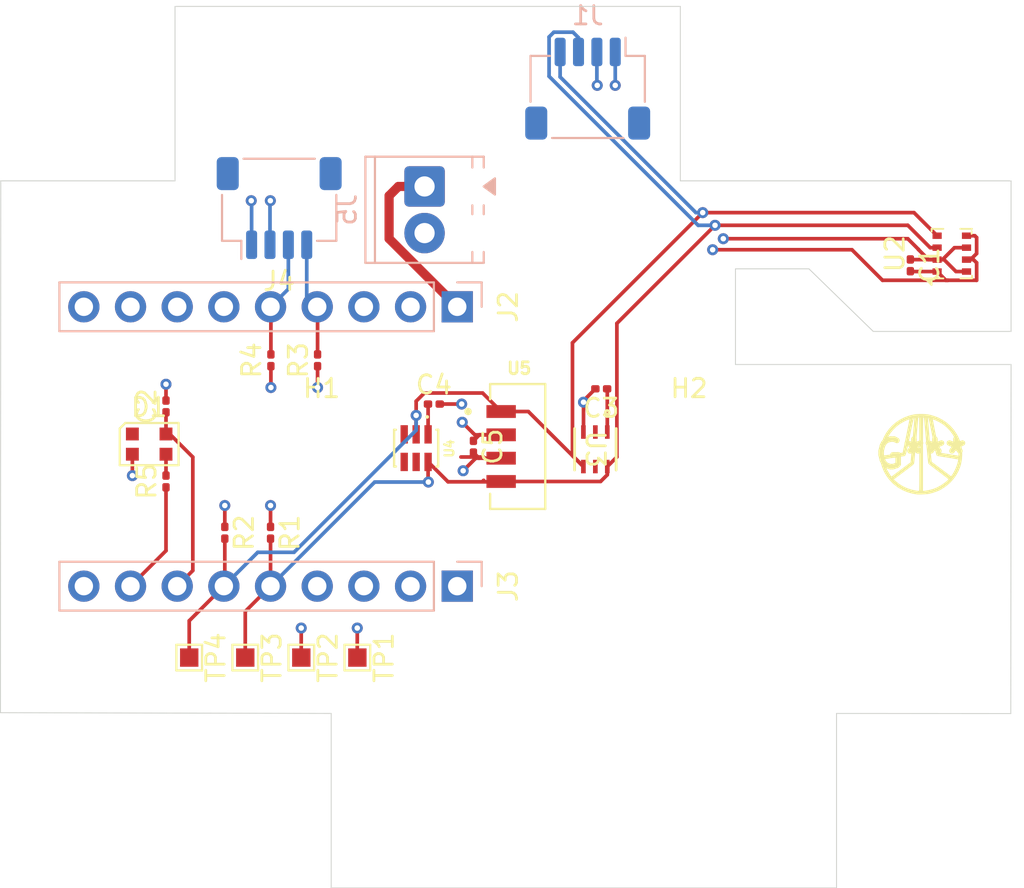
<source format=kicad_pcb>
(kicad_pcb (version 20241229) (generator "pcbnew") (generator_version "9.0")
  (title_block (comment 4 "AISLER Project ID: MTJQCRSE"))
  (layers (0 "F.Cu" signal) (4 "In1.Cu" signal) (6 "In2.Cu" signal) (2 "B.Cu" signal) (13 "F.Paste" user) (15 "B.Paste" user) (5 "F.SilkS" user "F.Silkscreen") (7 "B.SilkS" user "B.Silkscreen") (1 "F.Mask" user) (3 "B.Mask" user) (25 "Edge.Cuts" user))
  (net 0 "")
  (net 1 "GND")
  (net 2 "+3.3V")
  (net 3 "/I2C_B_SDA")
  (net 4 "/I2C_B_SCL")
  (net 6 "+5V")
  (net 7 "/I2C_A_SCL")
  (net 8 "/I2C_A_SDA")
  (net 10 "unconnected-(J3-Pin_1-Pad1)")
  (net 19 "/LED_PWR")
  (net 20 "Net-(D1-DIN)")
  (net 22 "/LED_STATUS")
  (footprint "Resistor_SMD:R_0201_0603Metric" (layer "F.Cu") (at 116.2304 54.0618 -90)
    (property "Reference" "R1" (at 0 -1.05 90) (layer "F.SilkS"))
    (property "Value" "4.7")
    (pad "1" smd roundrect (at -0.32 0 270) (size 0.46 0.4) (layers "F.Cu" "F.Mask") (net 2 "+3.3V"))
    (pad "2" smd roundrect (at 0.32 0 270) (size 0.46 0.4) (layers "F.Cu" "F.Mask") (net 8 "/I2C_A_SDA"))
  )
  (footprint "Package_LGA:Bosch_LGA-8_2x2.5mm_P0.65mm_ClockwisePinNumbering" (layer "F.Cu") (at 153.3064 38.863 90)
    (property "Reference" "U2" (at 0 -3.1 90) (layer "F.SilkS"))
    (property "Value" "BMP280")
    (fp_line (start 1.2 -1.1) (end 1.35 -1.1) (stroke (width 0.1)) (layer "F.SilkS"))
    (fp_line (start 1.35 -0.46) (end 1.35 -1.1) (stroke (width 0.1)) (layer "F.SilkS"))
    (fp_line (start -1.35 -0.46) (end -1.35 -0.9) (stroke (width 0.1)) (layer "F.SilkS"))
    (fp_line (start 1.075 1.075) (end 1.225 1.075) (stroke (width 0.1)) (layer "F.SilkS"))
    (fp_line (start 1.35 1.1) (end 1.35 0.46) (stroke (width 0.1)) (layer "F.SilkS"))
    (fp_line (start -1.35 1.1) (end -1.35 0.46) (stroke (width 0.1)) (layer "F.SilkS"))
    (fp_line (start -1.35 1.1) (end -1.2 1.1) (stroke (width 0.1)) (layer "F.SilkS"))
    (fp_poly (pts (xy -1.35 -1.1) (xy -1.71 -1.1) (xy -1.35 -1.46) (xy -1.35 -1.1)) (stroke (width 0.1)) (fill yes) (layer "F.SilkS"))
    (pad "1" smd rect (at -0.975 -0.8 180) (size 0.5 0.35) (layers "F.Cu" "F.Mask" "F.Paste") (net 1 "GND"))
    (pad "2" smd rect (at -0.325 -0.8 180) (size 0.5 0.35) (layers "F.Cu" "F.Mask" "F.Paste") (net 2 "+3.3V"))
    (pad "3" smd rect (at 0.325 -0.8 180) (size 0.5 0.35) (layers "F.Cu" "F.Mask" "F.Paste") (net 8 "/I2C_A_SDA"))
    (pad "4" smd rect (at 0.975 -0.8 180) (size 0.5 0.35) (layers "F.Cu" "F.Mask" "F.Paste") (net 7 "/I2C_A_SCL"))
    (pad "5" smd rect (at 0.975 0.8 180) (size 0.5 0.35) (layers "F.Cu" "F.Mask" "F.Paste") (net 1 "GND"))
    (pad "6" smd rect (at 0.325 0.8 180) (size 0.5 0.35) (layers "F.Cu" "F.Mask" "F.Paste") (net 2 "+3.3V"))
    (pad "7" smd rect (at -0.325 0.8 180) (size 0.5 0.35) (layers "F.Cu" "F.Mask" "F.Paste") (net 1 "GND"))
    (pad "8" smd rect (at -0.975 0.8 180) (size 0.5 0.35) (layers "F.Cu" "F.Mask" "F.Paste") (net 2 "+3.3V"))
  )
  (footprint "Resistor_SMD:R_0201_0603Metric" (layer "F.Cu") (at 113.7412 54.0618 -90)
    (property "Reference" "R2" (at 0 -1.05 90) (layer "F.SilkS"))
    (property "Value" "4.7")
    (pad "1" smd roundrect (at -0.32 0 270) (size 0.46 0.4) (layers "F.Cu" "F.Mask") (net 2 "+3.3V"))
    (pad "2" smd roundrect (at 0.32 0 270) (size 0.46 0.4) (layers "F.Cu" "F.Mask") (net 7 "/I2C_A_SCL"))
  )
  (footprint "Custom_Modules:XDCR_VEML7700-TT" (layer "F.Cu") (at 129.68 49.365)
    (property "Reference" "U5" (at 0.082 -4.2564 0) (layer "F.SilkS") (effects (font (size 0.64 0.64))))
    (property "Value" "VEML7700-TT")
    (fp_line (start -1.5 -3.4) (end 1.5 -3.4) (stroke (width 0.127)) (layer "F.SilkS"))
    (fp_line (start -1.5 -2.575) (end -1.5 -3.4) (stroke (width 0.127)) (layer "F.SilkS"))
    (fp_line (start -1.5 3.4) (end -1.5 2.575) (stroke (width 0.127)) (layer "F.SilkS"))
    (fp_line (start 1.5 -3.4) (end 1.5 3.4) (stroke (width 0.127)) (layer "F.SilkS"))
    (fp_line (start 1.5 3.4) (end -1.5 3.4) (stroke (width 0.127)) (layer "F.SilkS"))
    (fp_circle (center -2.7 -1.905) (end -2.6 -1.905) (stroke (width 0.2)) (fill no) (layer "F.SilkS"))
    (pad "1" smd rect (at -0.9 -1.905) (size 1.6 0.7) (layers "F.Cu" "F.Mask" "F.Paste") (net 7 "/I2C_A_SCL"))
    (pad "2" smd rect (at -0.9 -0.635) (size 1.6 0.7) (layers "F.Cu" "F.Mask" "F.Paste") (net 2 "+3.3V"))
    (pad "3" smd rect (at -0.9 0.635) (size 1.6 0.7) (layers "F.Cu" "F.Mask" "F.Paste") (net 1 "GND"))
    (pad "4" smd rect (at -0.9 1.905) (size 1.6 0.7) (layers "F.Cu" "F.Mask" "F.Paste") (net 8 "/I2C_A_SDA"))
  )
  (footprint "TestPoint:TestPoint_Pad_1.0x1.0mm" (layer "F.Cu") (at 114.8548 60.8584 -90)
    (property "Reference" "TP3" (at 0 -1.448 90) (layer "F.SilkS"))
    (property "Value" "TP_SDA")
    (fp_line (start -0.7 0.7) (end -0.7 -0.7) (stroke (width 0.12)) (layer "F.SilkS"))
    (fp_line (start 0.7 0.7) (end -0.7 0.7) (stroke (width 0.12)) (layer "F.SilkS"))
    (fp_line (start -0.7 -0.7) (end 0.7 -0.7) (stroke (width 0.12)) (layer "F.SilkS"))
    (fp_line (start 0.7 -0.7) (end 0.7 0.7) (stroke (width 0.12)) (layer "F.SilkS"))
    (pad "1" smd rect (at 0 0 270) (size 1 1) (layers "F.Cu" "F.Mask") (net 8 "/I2C_A_SDA"))
  )
  (footprint "LED_SMD:LED_WS2812B-2020_PLCC4_2.0x2.0mm" (layer "F.Cu") (at 109.6258 49.234)
    (property "Reference" "D1" (at 0 -2 0) (layer "F.SilkS"))
    (property "Value" "WS2812B-2020")
    (fp_line (start -1.6 1.15) (end -1.6 -0.85) (stroke (width 0.12)) (layer "F.SilkS"))
    (fp_line (start -1.6 1.15) (end 1.6 1.15) (stroke (width 0.12)) (layer "F.SilkS"))
    (fp_line (start -1.3 -1.15) (end -1.6 -0.85) (stroke (width 0.12)) (layer "F.SilkS"))
    (fp_line (start -1.3 -1.15) (end 1.6 -1.15) (stroke (width 0.12)) (layer "F.SilkS"))
    (fp_line (start 1.6 -1.15) (end 1.6 1.15) (stroke (width 0.12)) (layer "F.SilkS"))
    (pad "1" smd rect (at -0.915 -0.55) (size 0.7 0.7) (layers "F.Cu" "F.Mask" "F.Paste"))
    (pad "2" smd rect (at -0.915 0.55) (size 0.7 0.7) (layers "F.Cu" "F.Mask" "F.Paste") (net 1 "GND"))
    (pad "3" smd rect (at 0.915 0.55) (size 0.7 0.7) (layers "F.Cu" "F.Mask" "F.Paste") (net 20 "Net-(D1-DIN)"))
    (pad "4" smd rect (at 0.915 -0.55) (size 0.7 0.7) (layers "F.Cu" "F.Mask" "F.Paste") (net 19 "/LED_PWR"))
  )
  (footprint "TestPoint:TestPoint_Pad_1.0x1.0mm" (layer "F.Cu") (at 111.8048 60.8584 -90)
    (property "Reference" "TP4" (at 0 -1.448 90) (layer "F.SilkS"))
    (property "Value" "TP_SCL")
    (fp_line (start -0.7 0.7) (end -0.7 -0.7) (stroke (width 0.12)) (layer "F.SilkS"))
    (fp_line (start 0.7 0.7) (end -0.7 0.7) (stroke (width 0.12)) (layer "F.SilkS"))
    (fp_line (start -0.7 -0.7) (end 0.7 -0.7) (stroke (width 0.12)) (layer "F.SilkS"))
    (fp_line (start 0.7 -0.7) (end 0.7 0.7) (stroke (width 0.12)) (layer "F.SilkS"))
    (pad "1" smd rect (at 0 0 270) (size 1 1) (layers "F.Cu" "F.Mask") (net 7 "/I2C_A_SCL"))
  )
  (footprint "Resistor_SMD:R_0201_0603Metric" (layer "F.Cu") (at 116.25 44.67 90)
    (property "Reference" "R4" (at 0 -1.05 90) (layer "F.SilkS"))
    (property "Value" "4.7")
    (pad "1" smd roundrect (at -0.32 0 90) (size 0.46 0.4) (layers "F.Cu" "F.Mask") (net 2 "+3.3V"))
    (pad "2" smd roundrect (at 0.32 0 90) (size 0.46 0.4) (layers "F.Cu" "F.Mask") (net 3 "/I2C_B_SDA"))
  )
  (footprint "Capacitor_SMD:C_0201_0603Metric" (layer "F.Cu") (at 151.05 39.5 -90)
    (property "Reference" "C1" (at 0 -1.05 90) (layer "F.SilkS"))
    (property "Value" "100nF")
    (pad "1" smd roundrect (at -0.32 0 270) (size 0.46 0.4) (layers "F.Cu" "F.Mask") (net 2 "+3.3V"))
    (pad "2" smd roundrect (at 0.32 0 270) (size 0.46 0.4) (layers "F.Cu" "F.Mask") (net 1 "GND"))
  )
  (footprint "Capacitor_SMD:C_0201_0603Metric" (layer "F.Cu") (at 110.5408 47.1826 90)
    (property "Reference" "C2" (at 0 -1.05 90) (layer "F.SilkS"))
    (property "Value" "0.1uF")
    (pad "1" smd roundrect (at -0.32 0 90) (size 0.46 0.4) (layers "F.Cu" "F.Mask") (net 19 "/LED_PWR"))
    (pad "2" smd roundrect (at 0.32 0 90) (size 0.46 0.4) (layers "F.Cu" "F.Mask") (net 1 "GND"))
  )
  (footprint "MountingHole:MountingHole_2.2mm_M2" (layer "F.Cu") (at 139.0066 49.4)
    (property "Reference" "H2" (at 0 -3.2 0) (layer "F.SilkS"))
    (property "Value" "MountingHole" (hide yes))
    (pad "" np_thru_hole circle (at 0 0) (size 2.2 2.2) (drill 2.2) (layers "*.Cu" "*.Mask"))
  )
  (footprint "Capacitor_SMD:C_0201_0603Metric" (layer "F.Cu") (at 127.2716 49.3756 -90)
    (property "Reference" "C5" (at 0 -1.05 90) (layer "F.SilkS"))
    (property "Value" "100nF")
    (pad "1" smd roundrect (at -0.32 0 270) (size 0.46 0.4) (layers "F.Cu" "F.Mask") (net 2 "+3.3V"))
    (pad "2" smd roundrect (at 0.32 0 270) (size 0.46 0.4) (layers "F.Cu" "F.Mask") (net 1 "GND"))
  )
  (footprint "TestPoint:TestPoint_Pad_1.0x1.0mm" (layer "F.Cu") (at 120.9548 60.8584 -90)
    (property "Reference" "TP1" (at 0 -1.448 90) (layer "F.SilkS"))
    (property "Value" "TP_GND")
    (fp_line (start -0.7 0.7) (end -0.7 -0.7) (stroke (width 0.12)) (layer "F.SilkS"))
    (fp_line (start 0.7 0.7) (end -0.7 0.7) (stroke (width 0.12)) (layer "F.SilkS"))
    (fp_line (start -0.7 -0.7) (end 0.7 -0.7) (stroke (width 0.12)) (layer "F.SilkS"))
    (fp_line (start 0.7 -0.7) (end 0.7 0.7) (stroke (width 0.12)) (layer "F.SilkS"))
    (pad "1" smd rect (at 0 0 270) (size 1 1) (layers "F.Cu" "F.Mask") (net 1 "GND"))
  )
  (footprint "Custom_Modules:SMD6_LTR-390UV-01_LTO" (layer "F.Cu") (at 133.906801 49.5174 -90)
    (property "Reference" "U3" (at 0 0 270) (layer "F.SilkS"))
    (property "Value" "LTR-390UV-01")
    (fp_line (start -1.1303 1.1303) (end 1.1303 1.1303) (stroke (width 0.1524)) (layer "F.SilkS"))
    (fp_line (start 1.1303 -1.1303) (end -1.1303 -1.1303) (stroke (width 0.1524)) (layer "F.SilkS"))
    (fp_circle (center -2.0089 -0.65) (end -1.9073 -0.65) (stroke (width 0.1524)) (fill no) (layer "F.SilkS"))
    (pad "1" smd rect (at -0.9398 -0.649999 270) (size 0.7366 0.254) (layers "F.Cu" "F.Mask" "F.Paste") (net 2 "+3.3V"))
    (pad "2" smd rect (at -0.9398 0 270) (size 0.7366 0.254) (layers "F.Cu" "F.Mask" "F.Paste"))
    (pad "3" smd rect (at -0.9398 0.649999 270) (size 0.7366 0.254) (layers "F.Cu" "F.Mask" "F.Paste") (net 1 "GND"))
    (pad "4" smd rect (at 0.9398 0.649999 270) (size 0.7366 0.254) (layers "F.Cu" "F.Mask" "F.Paste") (net 7 "/I2C_A_SCL"))
    (pad "5" smd rect (at 0.9398 0 270) (size 0.7366 0.254) (layers "F.Cu" "F.Mask" "F.Paste"))
    (pad "6" smd rect (at 0.9398 -0.649999 270) (size 0.7366 0.254) (layers "F.Cu" "F.Mask" "F.Paste") (net 8 "/I2C_A_SDA"))
  )
  (footprint "TestPoint:TestPoint_Pad_1.0x1.0mm" (layer "F.Cu") (at 117.9048 60.8584 -90)
    (property "Reference" "TP2" (at 0 -1.448 90) (layer "F.SilkS"))
    (property "Value" "TP_3V3")
    (fp_line (start -0.7 0.7) (end -0.7 -0.7) (stroke (width 0.12)) (layer "F.SilkS"))
    (fp_line (start 0.7 0.7) (end -0.7 0.7) (stroke (width 0.12)) (layer "F.SilkS"))
    (fp_line (start -0.7 -0.7) (end 0.7 -0.7) (stroke (width 0.12)) (layer "F.SilkS"))
    (fp_line (start 0.7 -0.7) (end 0.7 0.7) (stroke (width 0.12)) (layer "F.SilkS"))
    (pad "1" smd rect (at 0 0 270) (size 1 1) (layers "F.Cu" "F.Mask") (net 2 "+3.3V"))
  )
  (footprint "Resistor_SMD:R_0201_0603Metric" (layer "F.Cu") (at 118.79 44.67 90)
    (property "Reference" "R3" (at 0 -1.05 90) (layer "F.SilkS"))
    (property "Value" "4.7")
    (pad "1" smd roundrect (at -0.32 0 90) (size 0.46 0.4) (layers "F.Cu" "F.Mask") (net 2 "+3.3V"))
    (pad "2" smd roundrect (at 0.32 0 90) (size 0.46 0.4) (layers "F.Cu" "F.Mask") (net 4 "/I2C_B_SCL"))
  )
  (footprint "Capacitor_SMD:C_0201_0603Metric" (layer "F.Cu") (at 125.1186 47.0536)
    (property "Reference" "C4" (at 0 -1.05 0) (layer "F.SilkS"))
    (property "Value" "100nF")
    (pad "1" smd roundrect (at -0.32 0) (size 0.46 0.4) (layers "F.Cu" "F.Mask") (net 2 "+3.3V"))
    (pad "2" smd roundrect (at 0.32 0) (size 0.46 0.4) (layers "F.Cu" "F.Mask") (net 1 "GND"))
  )
  (footprint "MountingHole:MountingHole_2.2mm_M2" (layer "F.Cu") (at 119.0066 49.4)
    (property "Reference" "H1" (at 0 -3.2 0) (layer "F.SilkS"))
    (property "Value" "MountingHole" (hide yes))
    (pad "" np_thru_hole circle (at 0 0) (size 2.2 2.2) (drill 2.2) (layers "*.Cu" "*.Mask"))
  )
  (footprint "Resistor_SMD:R_0201_0603Metric" (layer "F.Cu") (at 110.5408 51.2678 90)
    (property "Reference" "R5" (at 0 -1.05 90) (layer "F.SilkS"))
    (property "Value" "330")
    (pad "1" smd roundrect (at -0.32 0 90) (size 0.46 0.4) (layers "F.Cu" "F.Mask") (net 22 "/LED_STATUS"))
    (pad "2" smd roundrect (at 0.32 0 90) (size 0.46 0.4) (layers "F.Cu" "F.Mask") (net 20 "Net-(D1-DIN)"))
  )
  (footprint "Custom_Modules:APG" (layer "F.Cu") (at 151.638 49.784)
    (property "Reference" "G***" (at 0 0 0) (layer "F.SilkS") (effects (font (size 1.5 1.5) (thickness 0.3))))
    (property "Value" "LOGO" (hide yes))
    (fp_poly (pts (xy 0.096167 -2.190592) (xy 0.231953 -2.18417) (xy 0.350956 -2.172221) (xy 0.416666 -2.16109) (xy 0.69357 -2.087099) (xy 0.952226 -1.985975) (xy 1.191607 -1.858495) (xy 1.410684 -1.705437) (xy 1.608427 -1.527579) (xy 1.783808 -1.325699) (xy 1.935797 -1.100574) (xy 2.016895 -0.951544) (xy 2.115097 -0.718176) (xy 2.18444 -0.47207) (xy 2.224629 -0.217671) (xy 2.235368 0.040577) (xy 2.216361 0.298227) (xy 2.167312 0.550835) (xy 2.126061 0.690083) (xy 2.027339 0.932483) (xy 1.899368 1.161342) (xy 1.744356 1.374156) (xy 1.564506 1.56842) (xy 1.362026 1.741631) (xy 1.139119 1.891283) (xy 1.002858 1.965541) (xy 0.90933 2.0074) (xy 0.794037 2.051273) (xy 0.668056 2.093459) (xy 0.542462 2.130256) (xy 0.42833 2.157963) (xy 0.425 2.158656) (xy 0.357018 2.169229) (xy 0.266061 2.17852) (xy 0.161091 2.18611) (xy 0.051074 2.191578) (xy -0.055029 2.194502) (xy -0.148254 2.194463) (xy -0.219637 2.191038) (xy -0.233334 2.189564) (xy -0.516071 2.138195) (xy -0.783418 2.057922) (xy -1.034418 1.949186) (xy -1.26811 1.812429) (xy -1.483537 1.648092) (xy -1.559231 1.579621) (xy -1.745185 1.381189) (xy -1.750349 1.374115) (xy -1.488144 1.374115) (xy -1.392369 1.461153) (xy -1.198017 1.615929) (xy -0.982646 1.747713) (xy -0.751218 1.854398) (xy -0.508694 1.933875) (xy -0.260036 1.984036) (xy -0.129167 1.997891) (xy -0.124787 1.996933) (xy -0.120868 1.992228) (xy -0.117384 1.982028) (xy -0.114309 1.964589) (xy -0.111619 1.938165) (xy -0.109287 1.901009) (xy -0.107288 1.851375) (xy -0.105597 1.787518) (xy -0.104188 1.707691) (xy -0.103036 1.610149) (xy -0.102115 1.493145) (xy -0.1014 1.354934) (xy -0.100865 1.193769) (xy -0.100484 1.007905) (xy -0.100233 0.795596) (xy -0.100086 0.555095) (xy -0.100017 0.284656) (xy -0.1 0) (xy -0.100002 -0.021122) (xy 0.1 -0.021122) (xy 0.1 0.000574) (xy 0.1 2.001148) (xy 0.1875 1.990997) (xy 0.248679 1.982557) (xy 0.326093 1.970051) (xy 0.403324 1.956135) (xy 0.405725 1.955674) (xy 0.644889 1.893978) (xy 0.874118 1.802494) (xy 1.095421 1.680212) (xy 1.310808 1.526123) (xy 1.3875 1.462486) (xy 1.433428 1.421147) (xy 1.467346 1.387141) (xy 1.482954 1.366863) (xy 1.483333 1.365217) (xy 1.470437 1.352299) (xy 1.43364 1.32168) (xy 1.375777 1.275569) (xy 1.299682 1.216172) (xy 1.208189 1.145696) (xy 1.104135 1.066349) (xy 0.990354 0.980337) (xy 0.950498 0.950373) (xy 0.832896 0.861594) (xy 0.723116 0.777781) (xy 0.624167 0.7013) (xy 0.539059 0.634519) (xy 0.4708 0.579805) (xy 0.422398 0.539526) (xy 0.396864 0.516048) (xy 0.394136 0.512673) (xy 0.388109 0.492747) (xy 0.380609 0.44927) (xy 0.37152 0.381091) (xy 0.360722 0.287054) (xy 0.348096 0.166006) (xy 0.333524 0.016793) (xy 0.316888 -0.161739) (xy 0.298068 -0.370744) (xy 0.276947 -0.611375) (xy 0.267834 -0.716667) (xy 0.250769 -0.913759) (xy 0.234346 -1.101934) (xy 0.218814 -1.278432) (xy 0.204422 -1.440491) (xy 0.19142 -1.585352) (xy 0.180056 -1.710252) (xy 0.170579 -1.812433) (xy 0.163239 -1.889132) (xy 0.158284 -1.937588) (xy 0.157536 -1.943556) (xy 0.372167 -1.943556) (xy 0.3748 -1.896018) (xy 0.379854 -1.821734) (xy 0.387057 -1.723931) (xy 0.396137 -1.605838) (xy 0.406819 -1.470681) (xy 0.418831 -1.321689) (xy 0.431899 -1.162088) (xy 0.44575 -0.995106) (xy 0.460111 -0.82397) (xy 0.474709 -0.651909) (xy 0.489271 -0.482149) (xy 0.503524 -0.317919) (xy 0.517193 -0.162444) (xy 0.530007 -0.018954) (xy 0.541691 0.109324) (xy 0.551973 0.219164) (xy 0.56058 0.307337) (xy 0.567238 0.370616) (xy 0.571675 0.405774) (xy 0.573097 0.411985) (xy 0.588231 0.423888) (xy 0.626325 0.452872) (xy 0.683894 0.496333) (xy 0.757457 0.551667) (xy 0.84353 0.616272) (xy 0.938632 0.687543) (xy 1.039278 0.762878) (xy 1.141988 0.839672) (xy 1.243278 0.915321) (xy 1.339665 0.987224) (xy 1.427667 1.052775) (xy 1.503802 1.109371) (xy 1.564586 1.154409) (xy 1.606537 1.185285) (xy 1.626172 1.199396) (xy 1.627183 1.2) (xy 1.638185 1.187283) (xy 1.662737 1.15369) (xy 1.695868 1.106061) (xy 1.701356 1.098002) (xy 1.777969 0.971415) (xy 1.85153 0.824799) (xy 1.916159 0.671339) (xy 1.965975 0.524217) (xy 1.979218 0.475067) (xy 1.995913 0.403029) (xy 2.007612 0.343383) (xy 2.013058 0.303209) (xy 2.012063 0.289841) (xy 1.993424 0.284519) (xy 1.946159 0.274818) (xy 1.874579 0.26147) (xy 1.782998 0.245205) (xy 1.675729 0.226755) (xy 1.557084 0.206853) (xy 1.431376 0.186228) (xy 1.302917 0.165614) (xy 1.17602 0.145741) (xy 1.054997 0.127341) (xy 1.047223 0.126182) (xy 0.954111 0.110053) (xy 0.890433 0.093443) (xy 0.852294 0.075254) (xy 0.845122 0.069196) (xy 0.836803 0.05521) (xy 0.826342 0.026695) (xy 0.813275 -0.01839) (xy 0.797139 -0.082084) (xy 0.777471 -0.166426) (xy 0.75381 -0.273458) (xy 0.725692 -0.405219) (xy 0.692654 -0.563749) (xy 0.654234 -0.751087) (xy 0.613454 -0.95203) (xy 0.57747 -1.12909) (xy 0.543086 -1.296504) (xy 0.510913 -1.451402) (xy 0.481567 -1.590912) (xy 0.45566 -1.712162) (xy 0.433806 -1.812281) (xy 0.41662 -1.888398) (xy 0.415495 -1.893053) (xy 0.637497 -1.893053) (xy 0.639115 -1.8756) (xy 0.646834 -1.828471) (xy 0.660085 -1.754652) (xy 0.6783 -1.657126) (xy 0.700909 -1.538879) (xy 0.727346 -1.402893) (xy 0.75704 -1.252155) (xy 0.789425 -1.089647) (xy 0.810251 -0.986047) (xy 0.991464 -0.0875) (xy 1.433232 -0.016563) (xy 1.554332 0.002954) (xy 1.667851 0.021385) (xy 1.768637 0.037881) (xy 1.851539 0.051597) (xy 1.911405 0.061686) (xy 1.941666 0.067027) (xy 1.987369 0.075479) (xy 2.018741 0.080879) (xy 2.023083 0.081507) (xy 2.028164 0.06662) (xy 2.030955 0.024361) (xy 2.031288 -0.039376) (xy 2.028993 -0.118696) (xy 2.0289 -0.120834) (xy 2.007668 -0.337533) (xy 1.962028 -0.541428) (xy 1.889321 -0.743099) (xy 1.851042 -0.827653) (xy 1.723346 -1.059457) (xy 1.573241 -1.266734) (xy 1.400181 -1.450003) (xy 1.203624 -1.609787) (xy 0.983024 -1.746607) (xy 0.798082 -1.835927) (xy 0.733077 -1.862814) (xy 0.680124 -1.882577) (xy 0.646142 -1.892754) (xy 0.637497 -1.893053) (xy 0.415495 -1.893053) (xy 0.404714 -1.937642) (xy 0.398702 -1.95714) (xy 0.398632 -1.957223) (xy 0.377873 -1.964406) (xy 0.372231 -1.961121) (xy 0.372167 -1.943556) (xy 0.157536 -1.943556) (xy 0.156205 -1.954167) (xy 0.142349 -1.987432) (xy 0.123675 -2.000001) (xy 0.120074 -1.996433) (xy 0.116848 -1.984621) (xy 0.113977 -1.962898) (xy 0.111442 -1.929601) (xy 0.109222 -1.883064) (xy 0.107297 -1.821622) (xy 0.10565 -1.74361) (xy 0.104258 -1.647363) (xy 0.103104 -1.531215) (xy 0.102167 -1.393503) (xy 0.101427 -1.232561) (xy 0.100865 -1.046723) (xy 0.100461 -0.834326) (xy 0.100195 -0.593703) (xy 0.100048 -0.32319) (xy 0.1 -0.021122) (xy -0.100002 -0.021122) (xy -0.100033 -0.302169) (xy -0.100146 -0.572715) (xy -0.100361 -0.81335) (xy -0.1007 -1.025786) (xy -0.101184 -1.211733) (xy -0.101836 -1.372904) (xy -0.102677 -1.511009) (xy -0.103729 -1.627759) (xy -0.105015 -1.724866) (xy -0.106555 -1.804041) (xy -0.108372 -1.866996) (xy -0.110487 -1.915441) (xy -0.112923 -1.951088) (xy -0.115701 -1.975648) (xy -0.118843 -1.990833) (xy -0.12237 -1.998353) (xy -0.125524 -2) (xy -0.152202 -1.988411) (xy -0.157916 -1.979167) (xy -0.160423 -1.959518) (xy -0.165485 -1.909329) (xy -0.172862 -1.831278) (xy -0.182317 -1.728041) (xy -0.193609 -1.602294) (xy -0.206501 -1.456715) (xy -0.220754 -1.29398) (xy -0.236129 -1.116766) (xy -0.252386 -0.927749) (xy -0.266846 -0.758334) (xy -0.28384 -0.560136) (xy -0.300362 -0.370557) (xy -0.316151 -0.192384) (xy -0.330948 -0.028407) (xy -0.344494 0.118587) (xy -0.356528 0.245809) (xy -0.366793 0.350471) (xy -0.375027 0.429785) (xy -0.380972 0.480961) (xy -0.383962 0.5) (xy -0.390065 0.516362) (xy -0.401731 0.534769) (xy -0.421405 0.557257) (xy -0.45153 0.585861) (xy -0.494549 0.622616) (xy -0.552906 0.669559) (xy -0.629045 0.728725) (xy -0.725408 0.802149) (xy -0.844439 0.891868) (xy -0.943581 0.966224) (xy -1.488144 1.374115) (xy -1.750349 1.374115) (xy -1.903318 1.164562) (xy -2.03311 0.930672) (xy -2.134038 0.680452) (xy -2.202619 0.428894) (xy -2.226917 0.274073) (xy -2.226923 0.273984) (xy -2.020396 0.273984) (xy -2.010247 0.36034) (xy -1.995979 0.436811) (xy -1.97029 0.532819) (xy -1.936551 0.638028) (xy -1.89813 0.742105) (xy -1.858398 0.834713) (xy -1.8497 0.852755) (xy -1.823339 0.90225) (xy -1.788251 0.962957) (xy -1.748431 1.02859) (xy -1.707873 1.092867) (xy -1.670571 1.149503) (xy -1.640519 1.192216) (xy -1.621711 1.21472) (xy -1.618387 1.216666) (xy -1.603907 1.207004) (xy -1.565704 1.179454) (xy -1.506689 1.136171) (xy -1.429776 1.079308) (xy -1.337877 1.011021) (xy -1.233902 0.933463) (xy -1.120764 0.848789) (xy -1.09308 0.828029) (xy -0.575 0.439393) (xy -0.469797 -0.757045) (xy -0.452677 -0.953352) (xy -0.436686 -1.139891) (xy -0.422031 -1.314015) (xy -0.408924 -1.473079) (xy -0.397573 -1.614436) (xy -0.388189 -1.73544) (xy -0.38098 -1.833447) (xy -0.376157 -1.905808) (xy -0.373929 -1.94988) (xy -0.374241 -1.96313) (xy -0.392467 -1.962381) (xy -0.400325 -1.956343) (xy -0.406554 -1.937475) (xy -0.41879 -1.888825) (xy -0.436402 -1.813275) (xy -0.458756 -1.713706) (xy -0.485221 -1.593003) (xy -0.515164 -1.454047) (xy -0.547955 -1.299721) (xy -0.58296 -1.132908) (xy -0.619349 -0.957454) (xy -0.662819 -0.746792) (xy -0.700264 -0.566386) (xy -0.7324 -0.413848) (xy -0.75995 -0.286789) (xy -0.783631 -0.182821) (xy -0.804162 -0.099557) (xy -0.822264 -0.034608) (xy -0.838656 0.014414) (xy -0.854056 0.049896) (xy -0.869185 0.074228) (xy -0.884761 0.089796) (xy -0.901504 0.09899) (xy -0.920134 0.104197) (xy -0.940166 0.107615) (xy -0.969127 0.11212) (xy -1.026543 0.120998) (xy -1.107924 0.133556) (xy -1.208778 0.149102) (xy -1.324613 0.166943) (xy -1.45094 0.186387) (xy -1.506032 0.194862) (xy -2.020396 0.273984) (xy -2.226923 0.273984) (xy -2.239395 0.10028) (xy -2.239665 0.026227) (xy -2.049131 0.026227) (xy -2.046166 0.052674) (xy -2.038118 0.064187) (xy -2.024253 0.06686) (xy -2.023117 0.066873) (xy -1.999158 0.064414) (xy -1.946662 0.05736) (xy -1.870014 0.046355) (xy -1.773595 0.032043) (xy -1.661789 0.015068) (xy -1.538978 -0.003925) (xy -1.5 -0.010021) (xy -1.376414 -0.029463) (xy -1.264059 -0.047255) (xy -1.166995 -0.062746) (xy -1.089283 -0.075284) (xy -1.034984 -0.084215) (xy -1.008156 -0.088888) (xy -1.006011 -0.089394) (xy -1.001485 -0.106453) (xy -0.991181 -0.152502) (xy -0.975832 -0.223941) (xy -0.956172 -0.31717) (xy -0.932933 -0.428587) (xy -0.906847 -0.554592) (xy -0.878648 -0.691584) (xy -0.849069 -0.835963) (xy -0.818843 -0.984128) (xy -0.788702 -1.132479) (xy -0.759379 -1.277414) (xy -0.731608 -1.415334) (xy -0.70612 -1.542637) (xy -0.68365 -1.655723) (xy -0.664929 -1.750991) (xy -0.650691 -1.824841) (xy -0.641668 -1.873672) (xy -0.638594 -1.893884) (xy -0.638656 -1.894212) (xy -0.658365 -1.892777) (xy -0.702178 -1.87836) (xy -0.764558 -1.85323) (xy -0.839967 -1.819652) (xy -0.922868 -1.779895) (xy -0.945307 -1.768653) (xy -1.159549 -1.642478) (xy -1.356132 -1.490834) (xy -1.532663 -1.316855) (xy -1.686749 -1.123677) (xy -1.815994 -0.914435) (xy -1.918007 -0.692262) (xy -1.990392 -0.460294) (xy -2.008458 -0.37646) (xy -2.020124 -0.303854) (xy -2.031495 -0.214) (xy -2.04061 -0.122942) (xy -2.042754 -0.095834) (xy -2.047749 -0.021245) (xy -2.049131 0.026227) (xy -2.239665 0.026227) (xy -2.240053 -0.08029) (xy -2.228891 -0.255441) (xy -2.205909 -0.412977) (xy -2.202619 -0.428895) (xy -2.13021 -0.690476) (xy -2.028975 -0.937054) (xy -1.900647 -1.166944) (xy -1.746957 -1.378462) (xy -1.569637 -1.569923) (xy -1.370418 -1.739641) (xy -1.151033 -1.885932) (xy -0.913213 -2.00711) (xy -0.658691 -2.101491) (xy -0.422322 -2.161032) (xy -0.315645 -2.176708) (xy -0.187255 -2.186861) (xy -0.046777 -2.191489)) (fill yes) (layer "F.SilkS"))
  )
  (footprint "Custom_Modules:SON65P200X240X70-6N" (layer "F.Cu") (at 124.1548 49.4532 -90)
    (property "Reference" "U4" (at 0.024043 -1.808073 90) (layer "F.SilkS") (effects (font (size 0.48087 0.48087))))
    (property "Value" "TCS34725FN")
    (fp_line (start -1 1.2) (end -1 1.1) (stroke (width 0.127)) (layer "F.SilkS"))
    (fp_line (start 1 1.2) (end -1 1.2) (stroke (width 0.127)) (layer "F.SilkS"))
    (fp_line (start 1 1.1) (end 1 1.2) (stroke (width 0.127)) (layer "F.SilkS"))
    (fp_line (start -1 -1.1) (end -1 -1.2) (stroke (width 0.127)) (layer "F.SilkS"))
    (fp_line (start -1 -1.2) (end 1 -1.2) (stroke (width 0.127)) (layer "F.SilkS"))
    (fp_line (start 1 -1.2) (end 1 -1.1) (stroke (width 0.127)) (layer "F.SilkS"))
    (fp_circle (center -1.7 -0.6) (end -1.65 -0.6) (stroke (width 0.1)) (fill no) (layer "F.SilkS"))
    (pad "1" smd rect (at -0.75 -0.65 270) (size 1 0.4) (layers "F.Cu" "F.Mask" "F.Paste") (net 2 "+3.3V"))
    (pad "2" smd rect (at -0.75 0 270) (size 1 0.4) (layers "F.Cu" "F.Mask" "F.Paste") (net 7 "/I2C_A_SCL"))
    (pad "3" smd rect (at -0.75 0.65 270) (size 1 0.4) (layers "F.Cu" "F.Mask" "F.Paste") (net 1 "GND"))
    (pad "4" smd rect (at 0.75 0.65 270) (size 1 0.4) (layers "F.Cu" "F.Mask" "F.Paste"))
    (pad "5" smd rect (at 0.75 0 270) (size 1 0.4) (layers "F.Cu" "F.Mask" "F.Paste"))
    (pad "6" smd rect (at 0.75 -0.65 270) (size 1 0.4) (layers "F.Cu" "F.Mask" "F.Paste") (net 8 "/I2C_A_SDA"))
  )
  (footprint "Capacitor_SMD:C_0201_0603Metric" (layer "F.Cu") (at 134.2278 46.2236 180)
    (property "Reference" "C3" (at 0 -1.05 0) (layer "F.SilkS"))
    (property "Value" "100nF")
    (pad "1" smd roundrect (at -0.32 0 180) (size 0.46 0.4) (layers "F.Cu" "F.Mask") (net 2 "+3.3V"))
    (pad "2" smd roundrect (at 0.32 0 180) (size 0.46 0.4) (layers "F.Cu" "F.Mask") (net 1 "GND"))
  )
  (footprint "TerminalBlock_Phoenix:TerminalBlock_Phoenix_MPT-0,5-2-2.54_1x02_P2.54mm_Horizontal" (layer "B.Cu") (at 124.6124 35.2044 -90)
    (property "Reference" "J5" (at 1.27 4.22 90) (layer "B.SilkS") (effects (justify mirror)))
    (property "Value" "VDD")
    (fp_line (start -1.62 3.22) (end 4.16 3.22) (stroke (width 0.12)) (layer "B.SilkS"))
    (fp_line (start -1.62 3.22) (end -1.62 -3.22) (stroke (width 0.12)) (layer "B.SilkS"))
    (fp_line (start 4.16 3.22) (end 4.16 -3.22) (stroke (width 0.12)) (layer "B.SilkS"))
    (fp_line (start -1.62 2.7) (end 4.16 2.7) (stroke (width 0.12)) (layer "B.SilkS"))
    (fp_line (start -1.62 -2.6) (end -1.03 -2.6) (stroke (width 0.12)) (layer "B.SilkS"))
    (fp_line (start 1.03 -2.6) (end 1.51 -2.6) (stroke (width 0.12)) (layer "B.SilkS"))
    (fp_line (start 3.57 -2.6) (end 4.16 -2.6) (stroke (width 0.12)) (layer "B.SilkS"))
    (fp_line (start -1.62 -3.22) (end -1.03 -3.22) (stroke (width 0.12)) (layer "B.SilkS"))
    (fp_line (start 1.03 -3.22) (end 1.51 -3.22) (stroke (width 0.12)) (layer "B.SilkS"))
    (fp_line (start 3.57 -3.22) (end 4.16 -3.22) (stroke (width 0.12)) (layer "B.SilkS"))
    (fp_poly (pts (xy 0 -3.22) (xy 0.44 -3.83) (xy -0.44 -3.83) (xy 0 -3.22)) (stroke (width 0.12)) (fill yes) (layer "B.SilkS"))
    (pad "" np_thru_hole circle (at 0 -2.54 270) (size 1.1 1.1) (drill 1.1) (layers "*.Cu" "*.Mask"))
    (pad "" np_thru_hole circle (at 2.54 -2.54 270) (size 1.1 1.1) (drill 1.1) (layers "*.Cu" "*.Mask"))
    (pad "1" thru_hole roundrect (at 0 0 270) (size 2.2 2.2) (drill 1.1) (layers "*.Cu" "*.Mask") (roundrect_rratio 0.113636) (net 6 "+5V"))
    (pad "2" thru_hole circle (at 2.54 0 270) (size 2.2 2.2) (drill 1.1) (layers "*.Cu" "*.Mask") (net 1 "GND"))
  )
  (footprint "Connector_PinSocket_2.54mm:PinSocket_1x09_P2.54mm_Vertical" (layer "B.Cu") (at 126.3904 56.9696 90)
    (property "Reference" "J3" (at 0 2.77 90) (layer "F.SilkS"))
    (property "Value" "ESP32-S3 Supermini LHS")
    (fp_line (start -1.33 -21.65) (end 1.33 -21.65) (stroke (width 0.12)) (layer "B.SilkS"))
    (fp_line (start 1.33 -1.27) (end 1.33 -21.65) (stroke (width 0.12)) (layer "B.SilkS"))
    (fp_line (start -1.33 -1.27) (end -1.33 -21.65) (stroke (width 0.12)) (layer "B.SilkS"))
    (fp_line (start -1.33 -1.27) (end 1.33 -1.27) (stroke (width 0.12)) (layer "B.SilkS"))
    (fp_line (start 1.33 1.33) (end 1.33 0) (stroke (width 0.12)) (layer "B.SilkS"))
    (fp_line (start 0 1.33) (end 1.33 1.33) (stroke (width 0.12)) (layer "B.SilkS"))
    (pad "1" thru_hole rect (at 0 0 90) (size 1.7 1.7) (drill 1) (layers "*.Cu" "*.Mask") (net 10 "unconnected-(J3-Pin_1-Pad1)"))
    (pad "2" thru_hole oval (at 0 -2.54 90) (size 1.7 1.7) (drill 1) (layers "*.Cu" "*.Mask"))
    (pad "3" thru_hole oval (at 0 -5.08 90) (size 1.7 1.7) (drill 1) (layers "*.Cu" "*.Mask"))
    (pad "4" thru_hole oval (at 0 -7.62 90) (size 1.7 1.7) (drill 1) (layers "*.Cu" "*.Mask"))
    (pad "5" thru_hole oval (at 0 -10.16 90) (size 1.7 1.7) (drill 1) (layers "*.Cu" "*.Mask") (net 8 "/I2C_A_SDA"))
    (pad "6" thru_hole oval (at 0 -12.7 90) (size 1.7 1.7) (drill 1) (layers "*.Cu" "*.Mask") (net 7 "/I2C_A_SCL"))
    (pad "7" thru_hole oval (at 0 -15.24 90) (size 1.7 1.7) (drill 1) (layers "*.Cu" "*.Mask") (net 19 "/LED_PWR"))
    (pad "8" thru_hole oval (at 0 -17.78 90) (size 1.7 1.7) (drill 1) (layers "*.Cu" "*.Mask") (net 22 "/LED_STATUS"))
    (pad "9" thru_hole oval (at 0 -20.32 90) (size 1.7 1.7) (drill 1) (layers "*.Cu" "*.Mask"))
  )
  (footprint "Connector_PinSocket_2.54mm:PinSocket_1x09_P2.54mm_Vertical" (layer "B.Cu") (at 126.3904 41.7576 90)
    (property "Reference" "J2" (at 0 2.77 90) (layer "F.SilkS"))
    (property "Value" "ESP32-S3 Supermini RHS")
    (fp_line (start -1.33 -21.65) (end 1.33 -21.65) (stroke (width 0.12)) (layer "B.SilkS"))
    (fp_line (start 1.33 -1.27) (end 1.33 -21.65) (stroke (width 0.12)) (layer "B.SilkS"))
    (fp_line (start -1.33 -1.27) (end -1.33 -21.65) (stroke (width 0.12)) (layer "B.SilkS"))
    (fp_line (start -1.33 -1.27) (end 1.33 -1.27) (stroke (width 0.12)) (layer "B.SilkS"))
    (fp_line (start 1.33 1.33) (end 1.33 0) (stroke (width 0.12)) (layer "B.SilkS"))
    (fp_line (start 0 1.33) (end 1.33 1.33) (stroke (width 0.12)) (layer "B.SilkS"))
    (pad "1" thru_hole rect (at 0 0 90) (size 1.7 1.7) (drill 1) (layers "*.Cu" "*.Mask") (net 6 "+5V"))
    (pad "2" thru_hole oval (at 0 -2.54 90) (size 1.7 1.7) (drill 1) (layers "*.Cu" "*.Mask") (net 1 "GND"))
    (pad "3" thru_hole oval (at 0 -5.08 90) (size 1.7 1.7) (drill 1) (layers "*.Cu" "*.Mask"))
    (pad "4" thru_hole oval (at 0 -7.62 90) (size 1.7 1.7) (drill 1) (layers "*.Cu" "*.Mask") (net 4 "/I2C_B_SCL"))
    (pad "5" thru_hole oval (at 0 -10.16 90) (size 1.7 1.7) (drill 1) (layers "*.Cu" "*.Mask") (net 3 "/I2C_B_SDA"))
    (pad "6" thru_hole oval (at 0 -12.7 90) (size 1.7 1.7) (drill 1) (layers "*.Cu" "*.Mask"))
    (pad "7" thru_hole oval (at 0 -15.24 90) (size 1.7 1.7) (drill 1) (layers "*.Cu" "*.Mask"))
    (pad "8" thru_hole oval (at 0 -17.78 90) (size 1.7 1.7) (drill 1) (layers "*.Cu" "*.Mask"))
    (pad "9" thru_hole oval (at 0 -20.32 90) (size 1.7 1.7) (drill 1) (layers "*.Cu" "*.Mask"))
  )
  (footprint "Connector_JST:JST_SH_SM04B-SRSS-TB_1x04-1MP_P1.00mm_Horizontal" (layer "B.Cu") (at 133.49 29.88 180)
    (property "Reference" "J1" (at 0 3.98 0) (layer "B.SilkS") (effects (justify mirror)))
    (property "Value" "I2C_A QWIIC")
    (fp_line (start 3.11 1.785) (end 2.06 1.785) (stroke (width 0.12)) (layer "B.SilkS"))
    (fp_line (start 3.11 -0.715) (end 3.11 1.785) (stroke (width 0.12)) (layer "B.SilkS"))
    (fp_line (start -1.94 -2.685) (end 1.94 -2.685) (stroke (width 0.12)) (layer "B.SilkS"))
    (fp_line (start -2.06 1.785) (end -2.06 2.775) (stroke (width 0.12)) (layer "B.SilkS"))
    (fp_line (start -3.11 1.785) (end -2.06 1.785) (stroke (width 0.12)) (layer "B.SilkS"))
    (fp_line (start -3.11 -0.715) (end -3.11 1.785) (stroke (width 0.12)) (layer "B.SilkS"))
    (pad "1" smd roundrect (at -1.5 2 180) (size 0.6 1.55) (layers "B.Cu" "B.Mask" "B.Paste") (net 2 "+3.3V"))
    (pad "2" smd roundrect (at -0.5 2 180) (size 0.6 1.55) (layers "B.Cu" "B.Mask" "B.Paste") (net 1 "GND"))
    (pad "3" smd roundrect (at 0.5 2 180) (size 0.6 1.55) (layers "B.Cu" "B.Mask" "B.Paste") (net 8 "/I2C_A_SDA"))
    (pad "4" smd roundrect (at 1.5 2 180) (size 0.6 1.55) (layers "B.Cu" "B.Mask" "B.Paste") (net 7 "/I2C_A_SCL"))
    (pad "MP" smd roundrect (at -2.8 -1.875 180) (size 1.2 1.8) (layers "B.Cu" "B.Mask" "B.Paste") (roundrect_rratio 0.208333))
    (pad "MP" smd roundrect (at 2.8 -1.875 180) (size 1.2 1.8) (layers "B.Cu" "B.Mask" "B.Paste") (roundrect_rratio 0.208333))
  )
  (footprint "Connector_JST:JST_SH_SM04B-SRSS-TB_1x04-1MP_P1.00mm_Horizontal" (layer "B.Cu") (at 116.7 36.38)
    (property "Reference" "J4" (at 0 3.98 0) (layer "F.SilkS"))
    (property "Value" "I2C_B QWIIC")
    (fp_line (start -3.11 -0.715) (end -3.11 1.785) (stroke (width 0.12)) (layer "B.SilkS"))
    (fp_line (start -3.11 1.785) (end -2.06 1.785) (stroke (width 0.12)) (layer "B.SilkS"))
    (fp_line (start -2.06 1.785) (end -2.06 2.775) (stroke (width 0.12)) (layer "B.SilkS"))
    (fp_line (start -1.94 -2.685) (end 1.94 -2.685) (stroke (width 0.12)) (layer "B.SilkS"))
    (fp_line (start 3.11 -0.715) (end 3.11 1.785) (stroke (width 0.12)) (layer "B.SilkS"))
    (fp_line (start 3.11 1.785) (end 2.06 1.785) (stroke (width 0.12)) (layer "B.SilkS"))
    (pad "1" smd roundrect (at -1.5 2) (size 0.6 1.55) (layers "B.Cu" "B.Mask" "B.Paste") (net 2 "+3.3V"))
    (pad "2" smd roundrect (at -0.5 2) (size 0.6 1.55) (layers "B.Cu" "B.Mask" "B.Paste") (net 1 "GND"))
    (pad "3" smd roundrect (at 0.5 2) (size 0.6 1.55) (layers "B.Cu" "B.Mask" "B.Paste") (net 3 "/I2C_B_SDA"))
    (pad "4" smd roundrect (at 1.5 2) (size 0.6 1.55) (layers "B.Cu" "B.Mask" "B.Paste") (net 4 "/I2C_B_SCL"))
    (pad "MP" smd roundrect (at -2.8 -1.875) (size 1.2 1.8) (layers "B.Cu" "B.Mask" "B.Paste") (roundrect_rratio 0.208333))
    (pad "MP" smd roundrect (at 2.8 -1.875) (size 1.2 1.8) (layers "B.Cu" "B.Mask" "B.Paste") (roundrect_rratio 0.208333))
  )
  (gr_line (start 119.532 73.4) (end 147.032 73.4) (stroke (width 0.05)) (layer "Edge.Cuts"))
  (gr_line (start 119.532 73.4) (end 119.532 73.4) (stroke (width 0.05)) (layer "Edge.Cuts"))
  (gr_line (start 111.032 34.9) (end 101.532 34.9) (stroke (width 0.05)) (layer "Edge.Cuts"))
  (gr_line (start 119.532 73.4) (end 119.532 73.4) (stroke (width 0.05)) (layer "Edge.Cuts"))
  (gr_line (start 147.032 63.9) (end 156.5148 63.9064) (stroke (width 0.05)) (layer "Edge.Cuts"))
  (gr_line (start 111.032 25.4) (end 111.032 34.9) (stroke (width 0.05)) (layer "Edge.Cuts"))
  (gr_line (start 101.5492 34.9504) (end 101.532024 63.859605) (stroke (width 0.05)) (layer "Edge.Cuts"))
  (gr_line (start 119.532 63.9) (end 119.532 73.4) (stroke (width 0.05)) (layer "Edge.Cuts"))
  (gr_line (start 147.032 73.4) (end 147.032 63.9) (stroke (width 0.05)) (layer "Edge.Cuts"))
  (gr_line (start 156.532 44.9) (end 156.5148 63.9064) (stroke (width 0.05)) (layer "Edge.Cuts"))
  (gr_line (start 141.532 39.69) (end 145.53 39.69) (stroke (width 0.05)) (layer "Edge.Cuts"))
  (gr_line (start 141.532 39.69) (end 141.532 44.9) (stroke (width 0.05)) (layer "Edge.Cuts"))
  (gr_line (start 156.532 43.1) (end 149.032 43.1) (stroke (width 0.05)) (layer "Edge.Cuts"))
  (gr_line (start 145.53 39.69) (end 149.032 43.1) (stroke (width 0.05)) (layer "Edge.Cuts"))
  (gr_line (start 156.532 34.9) (end 138.532 34.9) (stroke (width 0.05)) (layer "Edge.Cuts"))
  (gr_line (start 119.532 73.4) (end 119.532 73.4) (stroke (width 0.05)) (layer "Edge.Cuts"))
  (gr_line (start 156.532 44.9) (end 141.532 44.9) (stroke (width 0.05)) (layer "Edge.Cuts"))
  (gr_line (start 138.532 34.9) (end 138.532 25.4) (stroke (width 0.05)) (layer "Edge.Cuts"))
  (gr_line (start 156.532 34.9) (end 156.532 43.1) (stroke (width 0.05)) (layer "Edge.Cuts"))
  (gr_line (start 138.532 25.4) (end 111.032 25.4) (stroke (width 0.05)) (layer "Edge.Cuts"))
  (gr_line (start 101.54 63.86) (end 119.532 63.9) (stroke (width 0.05)) (layer "Edge.Cuts"))
  (segment (start 133.2628 46.952) (end 133.2628 46.8686) (width 0.2) (layer "F.Cu") (net 1))
  (segment (start 153.08 40.314) (end 152.9824 40.314) (width 0.2) (layer "F.Cu") (net 1))
  (segment (start 133.2628 46.8686) (end 133.9078 46.2236) (width 0.2) (layer "F.Cu") (net 1))
  (segment (start 154.6574 38.8566) (end 154.326 39.188) (width 0.2) (layer "F.Cu") (net 1))
  (segment (start 154.326 39.188) (end 154.1064 39.188) (width 0.2) (layer "F.Cu") (net 1))
  (segment (start 154.4834 39.188) (end 154.6574 39.362) (width 0.2) (layer "F.Cu") (net 1))
  (segment (start 152.5064 39.838) (end 151.068 39.838) (width 0.2) (layer "F.Cu") (net 1))
  (segment (start 133.2628 48.571602) (end 133.256802 48.5776) (width 0.2) (layer "F.Cu") (net 1))
  (segment (start 154.5564 37.888) (end 154.6574 37.989) (width 0.2) (layer "F.Cu") (net 1))
  (segment (start 110.5408 46.8626) (end 110.5408 45.974) (width 0.2) (layer "F.Cu") (net 1))
  (segment (start 127.576 50) (end 127.2716 49.6956) (width 0.2) (layer "F.Cu") (net 1))
  (segment (start 154.6574 37.989) (end 154.6574 38.8566) (width 0.2) (layer "F.Cu") (net 1))
  (segment (start 120.95 59.25) (end 120.95 60.8536) (width 0.2) (layer "F.Cu") (net 1))
  (segment (start 154.6574 39.362) (end 154.6574 40.314) (width 0.2) (layer "F.Cu") (net 1))
  (segment (start 149.534 40.314) (end 153.08 40.314) (width 0.2) (layer "F.Cu") (net 1))
  (segment (start 108.7108 50.9512) (end 108.712 50.9524) (width 0.2) (layer "F.Cu") (net 1))
  (segment (start 154.6574 40.314) (end 153.08 40.314) (width 0.2) (layer "F.Cu") (net 1))
  (segment (start 127.8272 49.9364) (end 126.5932 49.9364) (width 0.2) (layer "F.Cu") (net 1))
  (segment (start 154.1064 39.188) (end 154.4834 39.188) (width 0.2) (layer "F.Cu") (net 1))
  (segment (start 151.068 39.838) (end 151.05 39.82) (width 0.2) (layer "F.Cu") (net 1))
  (segment (start 126.632 47.0536) (end 125.4386 47.0536) (width 0.2) (layer "F.Cu") (net 1))
  (segment (start 128.81 50) (end 127.3986 50) (width 0.2) (layer "F.Cu") (net 1))
  (segment (start 154.1064 37.888) (end 154.5564 37.888) (width 0.2) (layer "F.Cu") (net 1))
  (segment (start 108.7108 49.784) (end 108.7108 50.9512) (width 0.2) (layer "F.Cu") (net 1))
  (segment (start 120.95 60.8536) (end 120.9548 60.8584) (width 0.2) (layer "F.Cu") (net 1))
  (segment (start 140.29 38.65) (end 147.87 38.65) (width 0.2) (layer "F.Cu") (net 1))
  (segment (start 127.3986 50) (end 126.7128 50.6858) (width 0.2) (layer "F.Cu") (net 1))
  (segment (start 152.9824 40.314) (end 152.5064 39.838) (width 0.2) (layer "F.Cu") (net 1))
  (segment (start 133.2628 46.952) (end 133.2628 48.571602) (width 0.2) (layer "F.Cu") (net 1))
  (segment (start 147.87 38.65) (end 149.534 40.314) (width 0.2) (layer "F.Cu") (net 1))
  (via (at 126.632 47.0536) (size 0.6) (drill 0.3) (layers "F.Cu" "B.Cu") (net 1))
  (via (at 108.712 50.9524) (size 0.6) (drill 0.3) (layers "F.Cu" "B.Cu") (net 1))
  (via (at 140.29 38.65) (size 0.6) (drill 0.3) (layers "F.Cu" "B.Cu") (net 1))
  (via (at 126.7128 50.6858) (size 0.6) (drill 0.3) (layers "F.Cu" "B.Cu") (net 1))
  (via (at 134.01 29.7) (size 0.6) (drill 0.3) (layers "F.Cu" "B.Cu") (net 1))
  (via (at 110.5408 45.974) (size 0.6) (drill 0.3) (layers "F.Cu" "B.Cu") (net 1))
  (via (at 133.2628 46.952) (size 0.6) (drill 0.3) (layers "F.Cu" "B.Cu") (net 1))
  (via (at 116.22 35.98) (size 0.6) (drill 0.3) (layers "F.Cu" "B.Cu") (net 1))
  (via (at 120.95 59.25) (size 0.6) (drill 0.3) (layers "F.Cu" "B.Cu") (net 1))
  (segment (start 133.99 27.88) (end 133.99 29.68) (width 0.2) (layer "B.Cu") (net 1))
  (segment (start 133.99 29.68) (end 134.01 29.7) (width 0.2) (layer "B.Cu") (net 1))
  (segment (start 116.2 36) (end 116.2 38.38) (width 0.2) (layer "B.Cu") (net 1))
  (segment (start 116.22 35.98) (end 116.2 36) (width 0.2) (layer "B.Cu") (net 1))
  (segment (start 116.25 46.1538) (end 116.25 44.99) (width 0.2) (layer "F.Cu") (net 2))
  (segment (start 124.8048 48.7032) (end 124.8048 47.0598) (width 0.2) (layer "F.Cu") (net 2))
  (segment (start 140.85 38.05) (end 140.84 38.06) (width 0.2) (layer "F.Cu") (net 2))
  (segment (start 152.5064 39.188) (end 151.063 39.188) (width 0.2) (layer "F.Cu") (net 2))
  (segment (start 152.8 39.188) (end 153.45 38.538) (width 0.2) (layer "F.Cu") (net 2))
  (segment (start 116.2304 52.578) (end 116.2304 53.7418) (width 0.2) (layer "F.Cu") (net 2))
  (segment (start 152.8 39.188) (end 152.5064 39.188) (width 0.2) (layer "F.Cu") (net 2))
  (segment (start 153.45 38.538) (end 154.1064 38.538) (width 0.2) (layer "F.Cu") (net 2))
  (segment (start 152.038 39.188) (end 151.49 38.64) (width 0.2) (layer "F.Cu") (net 2))
  (segment (start 128.81 48.73) (end 127.3478 48.73) (width 0.2) (layer "F.Cu") (net 2))
  (segment (start 140.87 38.05) (end 140.85 38.05) (width 0.2) (layer "F.Cu") (net 2))
  (segment (start 127.3478 48.73) (end 126.662 48.0442) (width 0.2) (layer "F.Cu") (net 2))
  (segment (start 127.5972 48.73) (end 127.2716 49.0556) (width 0.2) (layer "F.Cu") (net 2))
  (segment (start 117.9 60.8536) (end 117.9048 60.8584) (width 0.2) (layer "F.Cu") (net 2))
  (segment (start 152.8834 39.188) (end 152.8 39.188) (width 0.2) (layer "F.Cu") (net 2))
  (segment (start 153.5334 39.838) (end 152.8834 39.188) (width 0.2) (layer "F.Cu") (net 2))
  (segment (start 152.5064 39.188) (end 152.038 39.188) (width 0.2) (layer "F.Cu") (net 2))
  (segment (start 151.49 38.63) (end 150.91 38.05) (width 0.2) (layer "F.Cu") (net 2))
  (segment (start 117.9 59.25) (end 117.9 60.8536) (width 0.2) (layer "F.Cu") (net 2))
  (segment (start 151.063 39.188) (end 151.0584 39.1834) (width 0.2) (layer "F.Cu") (net 2))
  (segment (start 154.1064 39.838) (end 153.5334 39.838) (width 0.2) (layer "F.Cu") (net 2))
  (segment (start 124.8048 47.0598) (end 124.7986 47.0536) (width 0.2) (layer "F.Cu") (net 2))
  (segment (start 128.81 48.73) (end 127.5972 48.73) (width 0.2) (layer "F.Cu") (net 2))
  (segment (start 134.5568 46.1438) (end 134.5568 48.3236) (width 0.2) (layer "F.Cu") (net 2))
  (segment (start 118.79 46.1538) (end 118.79 44.99) (width 0.2) (layer "F.Cu") (net 2))
  (segment (start 151.49 38.64) (end 151.49 38.63) (width 0.2) (layer "F.Cu") (net 2))
  (segment (start 150.91 38.05) (end 140.87 38.05) (width 0.2) (layer "F.Cu") (net 2))
  (segment (start 113.7412 52.578) (end 113.7412 53.7418) (width 0.2) (layer "F.Cu") (net 2))
  (via (at 126.662 48.0442) (size 0.6) (drill 0.3) (layers "F.Cu" "B.Cu") (net 2))
  (via (at 118.79 46.1538) (size 0.6) (drill 0.3) (layers "F.Cu" "B.Cu") (net 2))
  (via (at 113.7412 52.578) (size 0.6) (drill 0.3) (layers "F.Cu" "B.Cu") (net 2))
  (via (at 134.99 29.7) (size 0.6) (drill 0.3) (layers "F.Cu" "B.Cu") (net 2))
  (via (at 140.87 38.05) (size 0.6) (drill 0.3) (layers "F.Cu" "B.Cu") (net 2))
  (via (at 117.9 59.25) (size 0.6) (drill 0.3) (layers "F.Cu" "B.Cu") (net 2))
  (via (at 116.25 46.1538) (size 0.6) (drill 0.3) (layers "F.Cu" "B.Cu") (net 2))
  (via (at 115.18 35.98) (size 0.6) (drill 0.3) (layers "F.Cu" "B.Cu") (net 2))
  (via (at 116.2304 52.578) (size 0.6) (drill 0.3) (layers "F.Cu" "B.Cu") (net 2))
  (segment (start 134.99 27.88) (end 134.99 29.7) (width 0.2) (layer "B.Cu") (net 2))
  (segment (start 115.18 35.98) (end 115.2 36) (width 0.2) (layer "B.Cu") (net 2))
  (segment (start 115.2 36) (end 115.2 38.38) (width 0.2) (layer "B.Cu") (net 2))
  (segment (start 116.25 44.35) (end 116.25 41.7622) (width 0.2) (layer "F.Cu") (net 3))
  (segment (start 117.2 40.788) (end 116.2304 41.7576) (width 0.2) (layer "B.Cu") (net 3))
  (segment (start 117.2 38.38) (end 117.2 40.788) (width 0.2) (layer "B.Cu") (net 3))
  (segment (start 118.79 44.35) (end 118.79 41.7622) (width 0.2) (layer "F.Cu") (net 4))
  (segment (start 118.2 41.1872) (end 118.7704 41.7576) (width 0.2) (layer "B.Cu") (net 4))
  (segment (start 118.2 38.38) (end 118.2 41.1872) (width 0.2) (layer "B.Cu") (net 4))
  (segment (start 126.166572 41.7576) (end 126.3904 41.7576) (width 0.5) (layer "F.Cu") (net 6))
  (segment (start 122.682 35.7124) (end 122.682 38.0492) (width 0.5) (layer "F.Cu") (net 6))
  (segment (start 124.6124 35.2044) (end 123.19 35.2044) (width 0.5) (layer "F.Cu") (net 6))
  (segment (start 122.682 38.0492) (end 126.3904 41.7576) (width 0.5) (layer "F.Cu") (net 6))
  (segment (start 123.19 35.2044) (end 122.682 35.7124) (width 0.5) (layer "F.Cu") (net 6))
  (segment (start 124.59973 46.4526) (end 124.1548 46.89753) (width 0.2) (layer "F.Cu") (net 7))
  (segment (start 152.5064 37.888) (end 151.2484 36.63) (width 0.2) (layer "F.Cu") (net 7))
  (segment (start 111.8048 58.8552) (end 113.6904 56.9696) (width 0.2) (layer "F.Cu") (net 7))
  (segment (start 113.7412 56.9188) (end 113.6904 56.9696) (width 0.2) (layer "F.Cu") (net 7))
  (segment (start 132.6618 49.862198) (end 132.6618 43.7182) (width 0.2) (layer "F.Cu") (net 7))
  (segment (start 128.78 47.46) (end 127.7726 46.4526) (width 0.2) (layer "F.Cu") (net 7))
  (segment (start 127.7726 46.4526) (end 124.59973 46.4526) (width 0.2) (layer "F.Cu") (net 7))
  (segment (start 151.2484 36.63) (end 139.75 36.63) (width 0.2) (layer "F.Cu") (net 7))
  (segment (start 132.6618 43.7182) (end 139.75 36.63) (width 0.2) (layer "F.Cu") (net 7))
  (segment (start 128.78 47.46) (end 130.259602 47.46) (width 0.2) (layer "F.Cu") (net 7))
  (segment (start 130.259602 47.46) (end 133.256802 50.4572) (width 0.2) (layer "F.Cu") (net 7))
  (segment (start 124.1548 48.0032) (end 124.1548 48.7032) (width 0.2) (layer "F.Cu") (net 7))
  (segment (start 124.1548 46.89753) (end 124.1548 47.67) (width 0.2) (layer "F.Cu") (net 7))
  (segment (start 139.75 36.63) (end 139.69 36.63) (width 0.2) (layer "F.Cu") (net 7))
  (segment (start 133.256802 50.4572) (end 132.6618 49.862198) (width 0.2) (layer "F.Cu") (net 7))
  (segment (start 111.8048 60.8584) (end 111.8048 58.8552) (width 0.2) (layer "F.Cu") (net 7))
  (segment (start 113.7412 54.3818) (end 113.7412 56.9188) (width 0.2) (layer "F.Cu") (net 7))
  (segment (start 124.1548 47.67) (end 124.1548 48.7032) (width 0.2) (layer "F.Cu") (net 7))
  (via (at 139.75 36.63) (size 0.6) (drill 0.3) (layers "F.Cu" "B.Cu") (net 7))
  (via (at 124.1548 47.67) (size 0.6) (drill 0.3) (layers "F.Cu" "B.Cu") (net 7))
  (segment (start 124.1548 48.4781) (end 124.1548 47.67) (width 0.2) (layer "B.Cu") (net 7))
  (segment (start 139.75 36.63) (end 139.37884 36.63) (width 0.2) (layer "B.Cu") (net 7))
  (segment (start 117.50645 55.12645) (end 124.1548 48.4781) (width 0.2) (layer "B.Cu") (net 7))
  (segment (start 139.37884 36.63) (end 131.99 29.24116) (width 0.2) (layer "B.Cu") (net 7))
  (segment (start 113.6904 56.9696) (end 115.53355 55.12645) (width 0.2) (layer "B.Cu") (net 7))
  (segment (start 131.99 29.24116) (end 131.99 27.88) (width 0.2) (layer "B.Cu") (net 7))
  (segment (start 115.53355 55.12645) (end 117.50645 55.12645) (width 0.2) (layer "B.Cu") (net 7))
  (segment (start 150.9114 37.32) (end 152.1294 38.538) (width 0.2) (layer "F.Cu") (net 8))
  (segment (start 135.0788 42.6612) (end 140.42 37.32) (width 0.2) (layer "F.Cu") (net 8))
  (segment (start 116.2304 56.9696) (end 116.7314 56.4686) (width 0.2) (layer "F.Cu") (net 8))
  (segment (start 124.8048 50.2032) (end 124.8858 50.2842) (width 0.2) (layer "F.Cu") (net 8))
  (segment (start 152.1294 38.538) (end 152.5064 38.538) (width 0.2) (layer "F.Cu") (net 8))
  (segment (start 140.42 37.32) (end 150.9114 37.32) (width 0.2) (layer "F.Cu") (net 8))
  (segment (start 135.0788 49.9352) (end 135.0788 42.6612) (width 0.2) (layer "F.Cu") (net 8))
  (segment (start 128.78 51.27) (end 134.191301 51.27) (width 0.2) (layer "F.Cu") (net 8))
  (segment (start 114.8548 58.3452) (end 116.2304 56.9696) (width 0.2) (layer "F.Cu") (net 8))
  (segment (start 114.8548 60.8584) (end 114.8548 58.3452) (width 0.2) (layer "F.Cu") (net 8))
  (segment (start 134.5568 50.904501) (end 134.5568 50.4572) (width 0.2) (layer "F.Cu") (net 8))
  (segment (start 124.8858 50.2842) (end 125.8884 51.2868) (width 0.2) (layer "F.Cu") (net 8))
  (segment (start 134.191301 51.27) (end 134.5568 50.904501) (width 0.2) (layer "F.Cu") (net 8))
  (segment (start 127.8272 51.2064) (end 127.8104 51.2232) (width 0.2) (layer "F.Cu") (net 8))
  (segment (start 124.8048 51.2848) (end 124.82 51.3) (width 0.2) (layer "F.Cu") (net 8))
  (segment (start 124.8048 50.2032) (end 124.8048 51.2848) (width 0.2) (layer "F.Cu") (net 8))
  (segment (start 134.5568 50.4572) (end 135.0788 49.9352) (width 0.2) (layer "F.Cu") (net 8))
  (segment (start 125.8884 51.2868) (end 128.7632 51.2868) (width 0.2) (layer "F.Cu") (net 8))
  (segment (start 128.7632 51.2868) (end 128.78 51.27) (width 0.2) (layer "F.Cu") (net 8))
  (segment (start 116.2304 54.3818) (end 116.2304 56.9696) (width 0.2) (layer "F.Cu") (net 8))
  (via (at 124.82 51.3) (size 0.6) (drill 0.3) (layers "F.Cu" "B.Cu") (net 8))
  (via (at 140.42 37.32) (size 0.6) (drill 0.3) (layers "F.Cu" "B.Cu") (net 8))
  (segment (start 121.9 51.3) (end 124.82 51.3) (width 0.2) (layer "B.Cu") (net 8))
  (segment (start 116.2304 56.9696) (end 121.9 51.3) (width 0.2) (layer "B.Cu") (net 8))
  (segment (start 131.649032 26.804) (end 132.688999 26.804) (width 0.2) (layer "B.Cu") (net 8))
  (segment (start 140.42 37.32) (end 139.50174 37.32) (width 0.2) (layer "B.Cu") (net 8))
  (segment (start 132.99 27.105001) (end 132.99 27.88) (width 0.2) (layer "B.Cu") (net 8))
  (segment (start 131.389 29.20726) (end 131.389 27.064032) (width 0.2) (layer "B.Cu") (net 8))
  (segment (start 132.688999 26.804) (end 132.99 27.105001) (width 0.2) (layer "B.Cu") (net 8))
  (segment (start 131.389 27.064032) (end 131.649032 26.804) (width 0.2) (layer "B.Cu") (net 8))
  (segment (start 139.50174 37.32) (end 131.389 29.20726) (width 0.2) (layer "B.Cu") (net 8))
  (segment (start 126.2788 56.958382) (end 126.064972 56.958382) (width 0.5) (layer "F.Cu") (net 10))
  (segment (start 112.0004 49.9416) (end 112.0004 56.1196) (width 0.2) (layer "F.Cu") (net 19))
  (segment (start 110.5408 48.684) (end 110.5408 47.5026) (width 0.2) (layer "F.Cu") (net 19))
  (segment (start 110.7428 48.684) (end 112.0004 49.9416) (width 0.2) (layer "F.Cu") (net 19))
  (segment (start 112.0004 56.1196) (end 111.1504 56.9696) (width 0.2) (layer "F.Cu") (net 19))
  (segment (start 110.5408 48.684) (end 110.7428 48.684) (width 0.2) (layer "F.Cu") (net 19))
  (segment (start 110.5408 49.784) (end 110.5408 50.9478) (width 0.2) (layer "F.Cu") (net 20))
  (segment (start 110.5408 51.5878) (end 110.5408 55.0392) (width 0.2) (layer "F.Cu") (net 22))
  (segment (start 110.5408 55.0392) (end 108.6104 56.9696) (width 0.2) (layer "F.Cu") (net 22))
)
</source>
